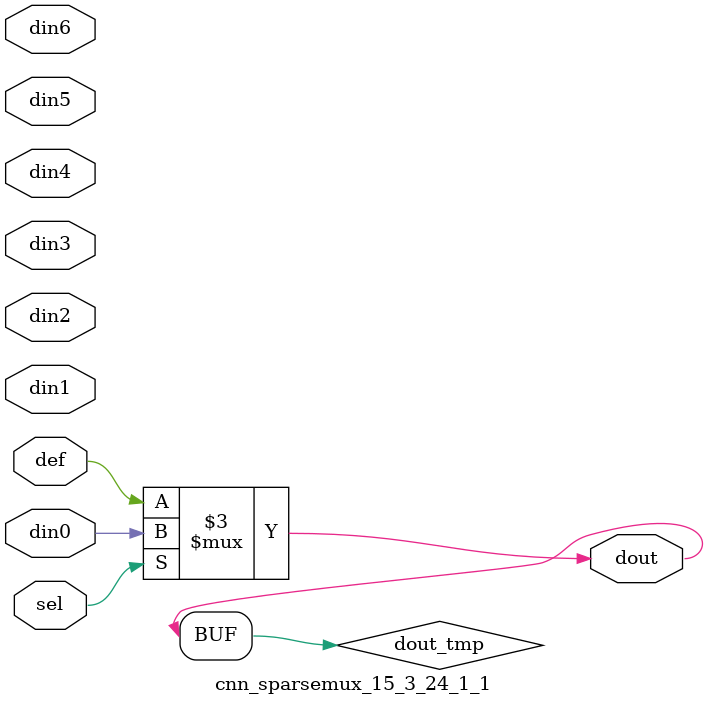
<source format=v>
`timescale 1ns / 1ps

module cnn_sparsemux_15_3_24_1_1 (din0,din1,din2,din3,din4,din5,din6,def,sel,dout);

parameter din0_WIDTH = 1;

parameter din1_WIDTH = 1;

parameter din2_WIDTH = 1;

parameter din3_WIDTH = 1;

parameter din4_WIDTH = 1;

parameter din5_WIDTH = 1;

parameter din6_WIDTH = 1;

parameter def_WIDTH = 1;
parameter sel_WIDTH = 1;
parameter dout_WIDTH = 1;

parameter [sel_WIDTH-1:0] CASE0 = 1;

parameter [sel_WIDTH-1:0] CASE1 = 1;

parameter [sel_WIDTH-1:0] CASE2 = 1;

parameter [sel_WIDTH-1:0] CASE3 = 1;

parameter [sel_WIDTH-1:0] CASE4 = 1;

parameter [sel_WIDTH-1:0] CASE5 = 1;

parameter [sel_WIDTH-1:0] CASE6 = 1;

parameter ID = 1;
parameter NUM_STAGE = 1;



input [din0_WIDTH-1:0] din0;

input [din1_WIDTH-1:0] din1;

input [din2_WIDTH-1:0] din2;

input [din3_WIDTH-1:0] din3;

input [din4_WIDTH-1:0] din4;

input [din5_WIDTH-1:0] din5;

input [din6_WIDTH-1:0] din6;

input [def_WIDTH-1:0] def;
input [sel_WIDTH-1:0] sel;

output [dout_WIDTH-1:0] dout;



reg [dout_WIDTH-1:0] dout_tmp;

always @ (*) begin
case (sel)
    
    CASE0 : dout_tmp = din0;
    
    CASE1 : dout_tmp = din1;
    
    CASE2 : dout_tmp = din2;
    
    CASE3 : dout_tmp = din3;
    
    CASE4 : dout_tmp = din4;
    
    CASE5 : dout_tmp = din5;
    
    CASE6 : dout_tmp = din6;
    
    default : dout_tmp = def;
endcase
end


assign dout = dout_tmp;



endmodule

</source>
